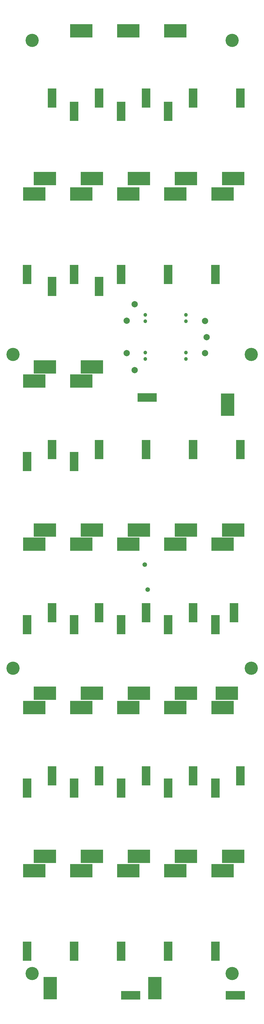
<source format=gts>
%FSLAX44Y44*%
%MOMM*%
G71*
G01*
G75*
G04 Layer_Color=8388736*
%ADD10R,2.5000X6.0000*%
%ADD11R,6.9850X4.0000*%
%ADD12R,6.0000X2.5000*%
%ADD13R,4.0000X6.9850*%
%ADD14C,0.2540*%
%ADD15C,1.0000*%
%ADD16C,4.0000*%
%ADD17C,1.8000*%
%ADD18C,1.0000*%
%ADD19C,1.2700*%
%ADD20R,1.0200X3.8000*%
%ADD21R,1.2192X0.8128*%
%ADD22R,0.3556X0.7620*%
%ADD23R,0.7620X0.3556*%
%ADD24R,2.7940X2.7940*%
%ADD25R,2.7032X6.2032*%
%ADD26R,7.1882X4.2032*%
%ADD27R,6.2032X2.7032*%
%ADD28R,4.2032X7.1882*%
%ADD29C,4.2032*%
%ADD30C,2.0032*%
%ADD31C,1.2032*%
%ADD32C,1.4732*%
D25*
X525240Y2874220D02*
D03*
X375240D02*
D03*
X225240D02*
D03*
X154760Y2916780D02*
D03*
X304760D02*
D03*
X454760D02*
D03*
X604760D02*
D03*
X754760D02*
D03*
X675240Y2354220D02*
D03*
X525240D02*
D03*
X375240D02*
D03*
X225240D02*
D03*
X75240D02*
D03*
X154760Y2316780D02*
D03*
X304760D02*
D03*
X225240Y1758220D02*
D03*
X75240D02*
D03*
X154760Y1796780D02*
D03*
X304760D02*
D03*
X454760D02*
D03*
X604760D02*
D03*
X754760D02*
D03*
X675240Y1238220D02*
D03*
X525240D02*
D03*
X375240D02*
D03*
X225240D02*
D03*
X75240D02*
D03*
X154760Y1276780D02*
D03*
X304760D02*
D03*
X454760D02*
D03*
X604760D02*
D03*
X734760D02*
D03*
X675240Y718220D02*
D03*
X525240D02*
D03*
X375240D02*
D03*
X225240D02*
D03*
X75240D02*
D03*
X154760Y756780D02*
D03*
X304760D02*
D03*
X454760D02*
D03*
X604760D02*
D03*
X754760D02*
D03*
X675240Y198220D02*
D03*
X525240D02*
D03*
X375240D02*
D03*
X225240D02*
D03*
X75240D02*
D03*
D26*
X548100Y3130760D02*
D03*
X398100D02*
D03*
X248100D02*
D03*
X131900Y2660240D02*
D03*
X281900D02*
D03*
X431900D02*
D03*
X581900D02*
D03*
X731900D02*
D03*
X698100Y2610760D02*
D03*
X548100D02*
D03*
X398100D02*
D03*
X248100D02*
D03*
X98100D02*
D03*
X131900Y2060240D02*
D03*
X281900D02*
D03*
X248100Y2014760D02*
D03*
X98100D02*
D03*
X131900Y1540240D02*
D03*
X281900D02*
D03*
X431900D02*
D03*
X581900D02*
D03*
X731900D02*
D03*
X698100Y1494760D02*
D03*
X548100D02*
D03*
X398100D02*
D03*
X248100D02*
D03*
X98100D02*
D03*
X131900Y1020240D02*
D03*
X281900D02*
D03*
X431900D02*
D03*
X581900D02*
D03*
X711900D02*
D03*
X698100Y974760D02*
D03*
X548100D02*
D03*
X398100D02*
D03*
X248100D02*
D03*
X98100D02*
D03*
X131900Y500240D02*
D03*
X281900D02*
D03*
X431900D02*
D03*
X581900D02*
D03*
X731900D02*
D03*
X698100Y454760D02*
D03*
X548100D02*
D03*
X398100D02*
D03*
X248100D02*
D03*
X98100D02*
D03*
D27*
X458220Y1962760D02*
D03*
X405780Y57240D02*
D03*
X738780D02*
D03*
D28*
X714760Y1939900D02*
D03*
X149240Y80100D02*
D03*
X482240D02*
D03*
D29*
X30000Y2100000D02*
D03*
X91000Y3100000D02*
D03*
X729000D02*
D03*
X790000Y2100000D02*
D03*
Y1100000D02*
D03*
X729000Y126500D02*
D03*
X91000D02*
D03*
X30000Y1100000D02*
D03*
D30*
X392796Y2206906D02*
D03*
X417856Y2259643D02*
D03*
X642526Y2205997D02*
D03*
X647232Y2154997D02*
D03*
X642526Y2103997D02*
D03*
X417856Y2049420D02*
D03*
X392760Y2103903D02*
D03*
D31*
X451951Y2105875D02*
D03*
Y2225875D02*
D03*
X581951Y2105875D02*
D03*
Y2225873D02*
D03*
Y2205119D02*
D03*
Y2085119D02*
D03*
X451951Y2205119D02*
D03*
Y2085119D02*
D03*
D32*
X460000Y1350000D02*
D03*
X450000Y1430000D02*
D03*
M02*

</source>
